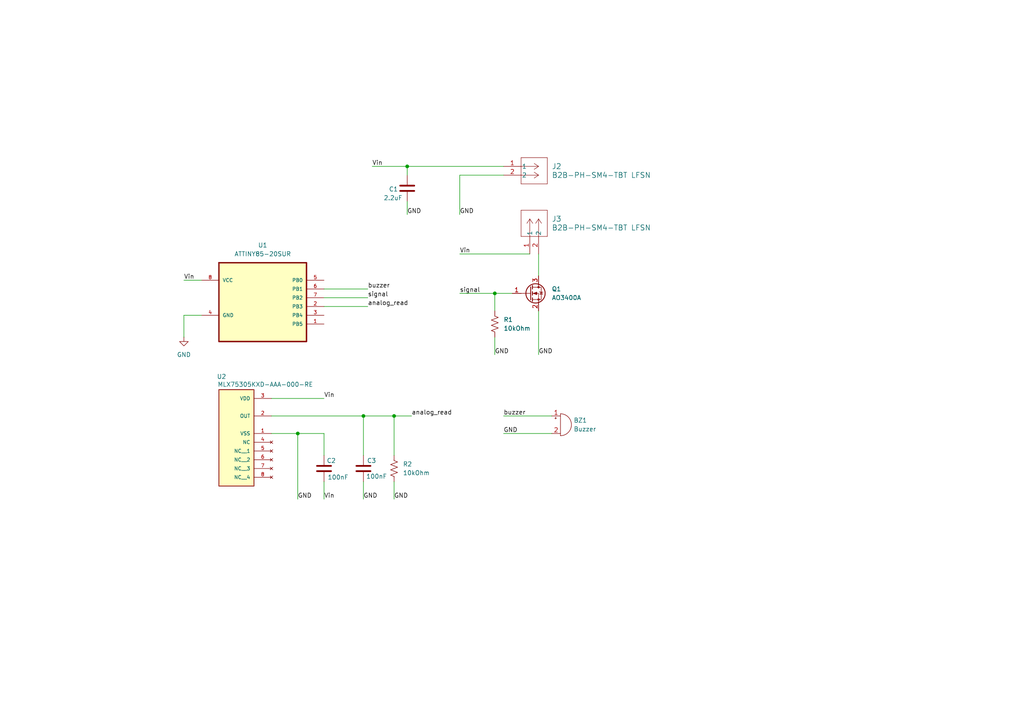
<source format=kicad_sch>
(kicad_sch (version 20231120) (generator "eeschema") (generator_version "8.0")
  (paper "A4")
  (lib_symbols
    (symbol "ATTINY85-20SUR:ATTINY85-20SUR" (pin_names (offset 1.016))
      (property "Reference" "U" (at -5.9162 9.9453 0))
      (property "Value" "ATTINY85-20SUR" (at -3.4073 -19.9604 0))
      (symbol "ATTINY85-20SUR_0_0"
        (rectangle (start -12.7 -15.24) (end 12.7 7.62) (stroke (width 0.4064)) (fill (type background)))
        (pin bidirectional line (at 17.78 -10.16 180) (length 5.08) (name "PB5") (number "1"))
        (pin bidirectional line (at 17.78 -5.08 180) (length 5.08) (name "PB3") (number "2"))
        (pin bidirectional line (at 17.78 -7.62 180) (length 5.08) (name "PB4") (number "3"))
        (pin passive line (at -17.78 -7.62 0) (length 5.08) (name "GND") (number "4"))
        (pin bidirectional line (at 17.78 2.54 180) (length 5.08) (name "PB0") (number "5"))
        (pin bidirectional line (at 17.78 0 180) (length 5.08) (name "PB1") (number "6"))
        (pin bidirectional line (at 17.78 -2.54 180) (length 5.08) (name "PB2") (number "7"))
        (pin power_in line (at -17.78 2.54 0) (length 5.08) (name "VCC") (number "8"))
      )
    )
    (symbol "Device:Buzzer" (pin_names (offset 0.0254) hide)
      (property "Reference" "BZ" (at 3.81 1.27 0))
      (property "Value" "Buzzer" (at 3.81 -1.27 0))
      (symbol "Buzzer_0_1"
        (arc (start 0 -3.175) (mid 3.1612 0) (end 0 3.175))
        (polyline (pts (xy -1.651 1.905) (xy -1.143 1.905)))
        (polyline (pts (xy -1.397 2.159) (xy -1.397 1.651)))
        (polyline (pts (xy 0 3.175) (xy 0 -3.175)))
      )
      (symbol "Buzzer_1_1"
        (pin passive line (at -2.54 2.54 0) (length 2.54) (name "+") (number "1"))
        (pin passive line (at -2.54 -2.54 0) (length 2.54) (name "-") (number "2"))
      )
    )
    (symbol "Device:C" (pin_numbers hide) (pin_names (offset 0.254))
      (property "Reference" "C" (at 0.635 2.54 0))
      (property "Value" "C" (at 0.635 -2.54 0))
      (symbol "C_0_1"
        (polyline (pts (xy -2.032 -0.762) (xy 2.032 -0.762)) (stroke (width 0.508)))
        (polyline (pts (xy -2.032 0.762) (xy 2.032 0.762)) (stroke (width 0.508)))
      )
      (symbol "C_1_1"
        (pin passive line (at 0 3.81 270) (length 2.794) (name "~") (number "1"))
        (pin passive line (at 0 -3.81 90) (length 2.794) (name "~") (number "2"))
      )
    )
    (symbol "Device:R_US" (pin_numbers hide) (pin_names (offset 0))
      (property "Reference" "R" (at 2.54 0 90))
      (property "Value" "R_US" (at -2.54 0 90))
      (symbol "R_US_0_1"
        (polyline (pts (xy 0 -2.286) (xy 0 -2.54)))
        (polyline (pts (xy 0 2.286) (xy 0 2.54)))
        (polyline (pts (xy 0 -0.762) (xy 1.016 -1.143) (xy 0 -1.524) (xy -1.016 -1.905) (xy 0 -2.286)))
        (polyline (pts (xy 0 0.762) (xy 1.016 0.381) (xy 0 0) (xy -1.016 -0.381) (xy 0 -0.762)))
        (polyline (pts (xy 0 2.286) (xy 1.016 1.905) (xy 0 1.524) (xy -1.016 1.143) (xy 0 0.762)))
      )
      (symbol "R_US_1_1"
        (pin passive line (at 0 3.81 270) (length 1.27) (name "~") (number "1"))
        (pin passive line (at 0 -3.81 90) (length 1.27) (name "~") (number "2"))
      )
    )
    (symbol "Transistor_FET:AO3400A" (pin_names hide)
      (property "Reference" "Q" (at 5.08 1.905 0))
      (property "Value" "AO3400A" (at 5.08 0 0))
      (symbol "AO3400A_0_1"
        (polyline (pts (xy 0.254 0) (xy -2.54 0)))
        (polyline (pts (xy 0.254 1.905) (xy 0.254 -1.905)) (stroke (width 0.254)))
        (polyline (pts (xy 0.762 -1.27) (xy 0.762 -2.286)) (stroke (width 0.254)))
        (polyline (pts (xy 0.762 0.508) (xy 0.762 -0.508)) (stroke (width 0.254)))
        (polyline (pts (xy 0.762 2.286) (xy 0.762 1.27)) (stroke (width 0.254)))
        (polyline (pts (xy 2.54 2.54) (xy 2.54 1.778)))
        (polyline (pts (xy 2.54 -2.54) (xy 2.54 0) (xy 0.762 0)))
        (polyline (pts (xy 0.762 -1.778) (xy 3.302 -1.778) (xy 3.302 1.778) (xy 0.762 1.778)))
        (polyline (pts (xy 1.016 0) (xy 2.032 0.381) (xy 2.032 -0.381) (xy 1.016 0)) (fill (type outline)))
        (polyline (pts (xy 2.794 0.508) (xy 2.921 0.381) (xy 3.683 0.381) (xy 3.81 0.254)))
        (polyline (pts (xy 3.302 0.381) (xy 2.921 -0.254) (xy 3.683 -0.254) (xy 3.302 0.381)))
        (circle (center 1.651 0) (radius 2.794) (stroke (width 0.254)))
        (circle (center 2.54 -1.778) (radius 0.254) (fill (type outline)))
        (circle (center 2.54 1.778) (radius 0.254) (fill (type outline)))
      )
      (symbol "AO3400A_1_1"
        (pin input line (at -5.08 0 0) (length 2.54) (name "G") (number "1"))
        (pin passive line (at 2.54 -5.08 90) (length 2.54) (name "S") (number "2"))
        (pin passive line (at 2.54 5.08 270) (length 2.54) (name "D") (number "3"))
      )
    )
    (symbol "ambient_sensor:MLX75305KXD-AAA-000-RE" (pin_names (offset 1.016))
      (property "Reference" "U" (at -5.08 8.128 0))
      (property "Value" "MLX75305KXD-AAA-000-RE" (at -5.08 -22.86 0))
      (symbol "MLX75305KXD-AAA-000-RE_0_0"
        (rectangle (start -5.08 -20.32) (end 5.08 7.62) (stroke (width 0.254)) (fill (type background)))
        (pin power_in line (at 10.16 -5.08 180) (length 5.08) (name "VSS") (number "1"))
        (pin output line (at 10.16 0 180) (length 5.08) (name "OUT") (number "2"))
        (pin power_in line (at 10.16 5.08 180) (length 5.08) (name "VDD") (number "3"))
        (pin no_connect line (at 10.16 -7.62 180) (length 5.08) (name "NC") (number "4"))
        (pin no_connect line (at 10.16 -10.16 180) (length 5.08) (name "NC__1") (number "5"))
        (pin no_connect line (at 10.16 -12.7 180) (length 5.08) (name "NC__2") (number "6"))
        (pin no_connect line (at 10.16 -15.24 180) (length 5.08) (name "NC__3") (number "7"))
        (pin no_connect line (at 10.16 -17.78 180) (length 5.08) (name "NC__4") (number "8"))
      )
    )
    (symbol "jst_ph:B2B-PH-SM4-TBT_LFSN" (pin_names (offset 0.254))
      (property "Reference" "J" (at 8.89 6.35 0))
      (property "Value" "B2B-PH-SM4-TBT LFSN" (at 0 0 0))
      (symbol "B2B-PH-SM4-TBT_LFSN_1_1"
        (polyline (pts (xy 5.08 -5.08) (xy 12.7 -5.08)) (stroke (width 0.127)))
        (polyline (pts (xy 5.08 2.54) (xy 5.08 -5.08)) (stroke (width 0.127)))
        (polyline (pts (xy 10.16 -2.54) (xy 5.08 -2.54)) (stroke (width 0.127)))
        (polyline (pts (xy 10.16 -2.54) (xy 8.89 -3.3867)) (stroke (width 0.127)))
        (polyline (pts (xy 10.16 -2.54) (xy 8.89 -1.6933)) (stroke (width 0.127)))
        (polyline (pts (xy 10.16 0) (xy 5.08 0)) (stroke (width 0.127)))
        (polyline (pts (xy 10.16 0) (xy 8.89 -0.8467)) (stroke (width 0.127)))
        (polyline (pts (xy 10.16 0) (xy 8.89 0.8467)) (stroke (width 0.127)))
        (polyline (pts (xy 12.7 -5.08) (xy 12.7 2.54)) (stroke (width 0.127)))
        (polyline (pts (xy 12.7 2.54) (xy 5.08 2.54)) (stroke (width 0.127)))
        (pin unspecified line (at 0 0 0) (length 5.08) (name "1") (number "1"))
        (pin unspecified line (at 0 -2.54 0) (length 5.08) (name "2") (number "2"))
      )
      (symbol "B2B-PH-SM4-TBT_LFSN_1_2"
        (polyline (pts (xy 5.08 -5.08) (xy 12.7 -5.08)) (stroke (width 0.127)))
        (polyline (pts (xy 5.08 2.54) (xy 5.08 -5.08)) (stroke (width 0.127)))
        (polyline (pts (xy 7.62 -2.54) (xy 5.08 -2.54)) (stroke (width 0.127)))
        (polyline (pts (xy 7.62 -2.54) (xy 8.89 -3.3867)) (stroke (width 0.127)))
        (polyline (pts (xy 7.62 -2.54) (xy 8.89 -1.6933)) (stroke (width 0.127)))
        (polyline (pts (xy 7.62 0) (xy 5.08 0)) (stroke (width 0.127)))
        (polyline (pts (xy 7.62 0) (xy 8.89 -0.8467)) (stroke (width 0.127)))
        (polyline (pts (xy 7.62 0) (xy 8.89 0.8467)) (stroke (width 0.127)))
        (polyline (pts (xy 12.7 -5.08) (xy 12.7 2.54)) (stroke (width 0.127)))
        (polyline (pts (xy 12.7 2.54) (xy 5.08 2.54)) (stroke (width 0.127)))
        (pin unspecified line (at 0 0 0) (length 5.08) (name "1") (number "1"))
        (pin unspecified line (at 0 -2.54 0) (length 5.08) (name "2") (number "2"))
      )
    )
    (symbol "power:GND" (power) (pin_numbers hide) (pin_names (offset 0) hide)
      (property "Value" "GND" (at 0 -3.81 0))
      (symbol "GND_0_1"
        (polyline (pts (xy 0 0) (xy 0 -1.27) (xy 1.27 -1.27) (xy 0 -2.54) (xy -1.27 -1.27) (xy 0 -1.27)))
      )
      (symbol "GND_1_1"
        (pin power_in line (at 0 0 270) (length 0) (name "~") (number "1"))
      )
    )
  )
  (junction (at 118.11 48.26))
  (junction (at 105.41 120.65))
  (junction (at 143.51 85.09))
  (junction (at 114.3 120.65))
  (junction (at 86.36 125.73))
  (wire (pts (xy 105.41 139.7) (xy 105.41 144.78)))
  (wire (pts (xy 93.98 86.36) (xy 106.68 86.36)))
  (wire (pts (xy 86.36 125.73) (xy 93.98 125.73)))
  (wire (pts (xy 114.3 120.65) (xy 114.3 132.08)))
  (wire (pts (xy 143.51 97.79) (xy 143.51 102.87)))
  (wire (pts (xy 86.36 125.73) (xy 86.36 144.78)))
  (wire (pts (xy 143.51 85.09) (xy 148.59 85.09)))
  (wire (pts (xy 118.11 58.42) (xy 118.11 62.23)))
  (wire (pts (xy 143.51 85.09) (xy 143.51 90.17)))
  (wire (pts (xy 133.35 73.66) (xy 153.67 73.66)))
  (wire (pts (xy 156.21 73.66) (xy 156.21 80.01)))
  (wire (pts (xy 133.35 85.09) (xy 143.51 85.09)))
  (wire (pts (xy 93.98 139.7) (xy 93.98 144.78)))
  (wire (pts (xy 105.41 120.65) (xy 114.3 120.65)))
  (wire (pts (xy 118.11 48.26) (xy 146.05 48.26)))
  (wire (pts (xy 146.05 120.65) (xy 160.02 120.65)))
  (wire (pts (xy 78.74 115.57) (xy 93.98 115.57)))
  (wire (pts (xy 146.05 50.8) (xy 133.35 50.8)))
  (wire (pts (xy 93.98 88.9) (xy 106.68 88.9)))
  (wire (pts (xy 78.74 120.65) (xy 105.41 120.65)))
  (wire (pts (xy 146.05 125.73) (xy 160.02 125.73)))
  (wire (pts (xy 93.98 83.82) (xy 106.68 83.82)))
  (wire (pts (xy 114.3 120.65) (xy 119.38 120.65)))
  (wire (pts (xy 93.98 132.08) (xy 93.98 125.73)))
  (wire (pts (xy 118.11 48.26) (xy 118.11 50.8)))
  (wire (pts (xy 156.21 90.17) (xy 156.21 102.87)))
  (wire (pts (xy 133.35 50.8) (xy 133.35 62.23)))
  (wire (pts (xy 105.41 120.65) (xy 105.41 132.08)))
  (wire (pts (xy 107.95 48.26) (xy 118.11 48.26)))
  (wire (pts (xy 58.42 81.28) (xy 53.34 81.28)))
  (wire (pts (xy 53.34 91.44) (xy 53.34 97.79)))
  (wire (pts (xy 78.74 125.73) (xy 86.36 125.73)))
  (wire (pts (xy 114.3 139.7) (xy 114.3 144.78)))
  (wire (pts (xy 58.42 91.44) (xy 53.34 91.44)))
  (label "Vin" (at 133.35 73.66 0))
  (label "signal" (at 106.68 86.36 0))
  (label "signal" (at 133.35 85.09 0))
  (label "GND" (at 114.3 144.78 0))
  (label "GND" (at 105.41 144.78 0))
  (label "Vin" (at 93.98 115.57 0))
  (label "Vin" (at 53.34 81.28 0))
  (label "buzzer" (at 106.68 83.82 0))
  (label "analog_read" (at 119.38 120.65 0))
  (label "buzzer" (at 146.05 120.65 0))
  (label "GND" (at 143.51 102.87 0))
  (label "GND" (at 133.35 62.23 0))
  (label "GND" (at 86.36 144.78 0))
  (label "GND" (at 146.05 125.73 0))
  (label "analog_read" (at 106.68 88.9 0))
  (label "GND" (at 118.11 62.23 0))
  (label "GND" (at 156.21 102.87 0))
  (label "Vin" (at 107.95 48.26 0))
  (label "Vin" (at 93.98 144.78 0))
  (symbol (lib_id "Device:C") (at 93.98 135.89 0) (unit 1)
    (property "Reference" "C2" (at 94.742 133.604 0) (effects (justify left)))
    (property "Value" "100nF" (at 94.996 138.43 0) (effects (justify left)))
    (property "Footprint" "Capacitor_SMD:C_0805_2012Metric" (effects (hide yes)))
    (property "Description" "Unpolarized capacitor" (effects (hide yes)))
  )
  (symbol (lib_id "Device:R_US") (at 114.3 135.89 0) (unit 1)
    (property "Reference" "R2" (at 116.84 134.6199 0) (effects (justify left)))
    (property "Value" "10kOhm" (at 116.84 137.1599 0) (effects (justify left)))
    (property "Footprint" "Resistor_SMD:R_0805_2012Metric" (effects (hide yes)))
    (property "Description" "Resistor, US symbol" (effects (hide yes)))
  )
  (symbol (lib_id "power:GND") (at 53.34 97.79 0) (unit 1)
    (property "Reference" "#PWR01" (effects (hide yes)))
    (property "Value" "GND" (at 53.34 102.87 0))
    (property "Description" "Power symbol creates a global label with name \"GND\" , ground" (effects (hide yes)))
  )
  (symbol (lib_id "Device:C") (at 105.41 135.89 0) (unit 1)
    (property "Reference" "C3" (at 106.426 133.604 0) (effects (justify left)))
    (property "Value" "100nF" (at 106.172 138.176 0) (effects (justify left)))
    (property "Footprint" "Capacitor_SMD:C_0805_2012Metric" (effects (hide yes)))
    (property "Description" "Unpolarized capacitor" (effects (hide yes)))
  )
  (symbol (lib_id "Device:Buzzer") (at 162.56 123.19 0) (unit 1)
    (property "Reference" "BZ1" (at 166.37 121.9199 0) (effects (justify left)))
    (property "Value" "Buzzer" (at 166.37 124.4599 0) (effects (justify left)))
    (property "Footprint" "buzzer:SM_CPT_9X9_CUD" (effects (hide yes)))
    (property "Description" "Buzzer, polarized" (effects (hide yes)))
  )
  (symbol (lib_id "ATTINY85-20SUR:ATTINY85-20SUR") (at 76.2 83.82 0) (unit 1)
    (property "Reference" "U1" (at 76.2 71.12 0))
    (property "Value" "ATTINY85-20SUR" (at 76.2 73.66 0))
    (property "Footprint" "attiny85:ATTINY85-20SUR" (effects (hide yes)))
    (property "MPN" "ATTINY85-20SUR" (effects (hide yes)))
    (property "OC_FARNELL" "1455164" (effects (hide yes)))
    (property "OC_NEWARK" "58M3797" (effects (hide yes)))
    (property "SUPPLIER" "Atmel" (effects (hide yes)))
    (property "PACKAGE" "SOIC-8" (effects (hide yes)))
  )
  (symbol (lib_id "Device:R_US") (at 143.51 93.98 0) (unit 1)
    (property "Reference" "R1" (at 146.05 92.7099 0) (effects (justify left)))
    (property "Value" "10kOhm" (at 146.05 95.2499 0) (effects (justify left)))
    (property "Footprint" "Resistor_SMD:R_0805_2012Metric" (effects (hide yes)))
    (property "Description" "Resistor, US symbol" (effects (hide yes)))
  )
  (symbol (lib_id "ambient_sensor:MLX75305KXD-AAA-000-RE") (at 68.58 120.65 0) (unit 1)
    (property "Reference" "U2" (at 64.262 109.22 0))
    (property "Value" "MLX75305KXD-AAA-000-RE" (at 76.962 111.506 0))
    (property "Footprint" "ambient_sensor:ambient_sensor" (effects (hide yes)))
    (property "PARTREV" "REVISION 9 - OCTOBER 17, 2016" (effects (hide yes)))
    (property "STANDARD" "IPC 7351B" (effects (hide yes)))
    (property "MAXIMUM_PACKAGE_HEIGHT" "1.55mm" (effects (hide yes)))
    (property "MANUFACTURER" "Melexis Technologies NV" (effects (hide yes)))
  )
  (symbol (lib_id "jst_ph:B2B-PH-SM4-TBT_LFSN") (at 153.67 73.66 90) (unit 1)
    (property "Reference" "J3" (at 160.02 63.4999 90) (effects (font (size 1.524 1.524)) (justify right)))
    (property "Value" "B2B-PH-SM4-TBT LFSN" (at 160.02 66.0399 90) (effects (font (size 1.524 1.524)) (justify right)))
    (property "Footprint" "CONN2_B2B-PH-SM4_JST" (effects (hide yes)))
    (property "Datasheet" "B2B-PH-SM4-TBT LFSN" (effects (hide yes)))
  )
  (symbol (lib_id "jst_ph:B2B-PH-SM4-TBT_LFSN") (at 146.05 48.26 0) (unit 1)
    (property "Reference" "J2" (at 160.02 48.2599 0) (effects (font (size 1.524 1.524)) (justify left)))
    (property "Value" "B2B-PH-SM4-TBT LFSN" (at 160.02 50.7999 0) (effects (font (size 1.524 1.524)) (justify left)))
    (property "Footprint" "CONN2_B2B-PH-SM4_JST" (effects (hide yes)))
    (property "Datasheet" "B2B-PH-SM4-TBT LFSN" (effects (hide yes)))
  )
  (symbol (lib_id "Transistor_FET:AO3400A") (at 153.67 85.09 0) (unit 1)
    (property "Reference" "Q1" (at 160.02 83.8199 0) (effects (justify left)))
    (property "Value" "AO3400A" (at 160.02 86.3599 0) (effects (justify left)))
    (property "Footprint" "Package_TO_SOT_SMD:SOT-23-3" (effects (hide yes)))
    (property "Datasheet" "http://www.aosmd.com/pdfs/datasheet/AO3400A.pdf" (effects (hide yes)))
    (property "Description" "30V Vds, 5.7A Id, N-Channel MOSFET, SOT-23" (effects (hide yes)))
  )
  (symbol (lib_id "Device:C") (at 118.11 54.61 0) (unit 1)
    (property "Reference" "C1" (at 112.776 54.864 0) (effects (justify left)))
    (property "Value" "2.2uF" (at 111.252 57.404 0) (effects (justify left)))
    (property "Footprint" "Capacitor_SMD:C_0805_2012Metric" (effects (hide yes)))
    (property "Description" "Unpolarized capacitor" (effects (hide yes)))
  )
)
</source>
